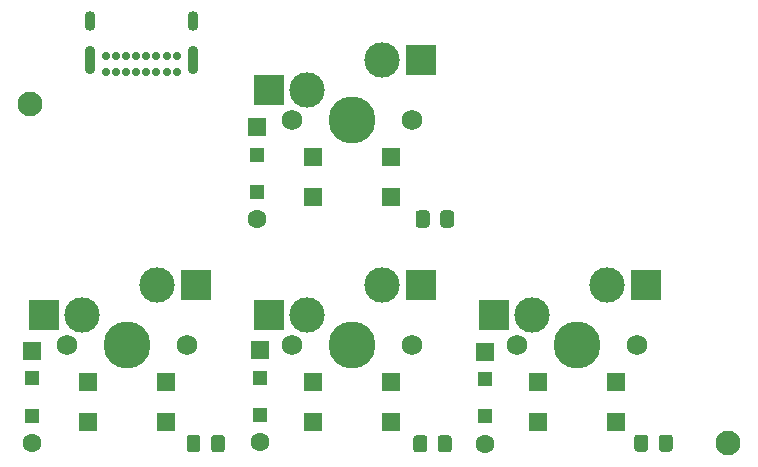
<source format=gbr>
%TF.GenerationSoftware,KiCad,Pcbnew,(5.1.10)-1*%
%TF.CreationDate,2021-11-19T23:24:49+01:00*%
%TF.ProjectId,Labbe,4c616262-652e-46b6-9963-61645f706362,rev?*%
%TF.SameCoordinates,Original*%
%TF.FileFunction,Soldermask,Bot*%
%TF.FilePolarity,Negative*%
%FSLAX46Y46*%
G04 Gerber Fmt 4.6, Leading zero omitted, Abs format (unit mm)*
G04 Created by KiCad (PCBNEW (5.1.10)-1) date 2021-11-19 23:24:49*
%MOMM*%
%LPD*%
G01*
G04 APERTURE LIST*
%ADD10R,1.200000X1.200000*%
%ADD11R,1.600000X1.600000*%
%ADD12C,1.600000*%
%ADD13C,0.700000*%
%ADD14O,0.900000X2.400000*%
%ADD15O,0.900000X1.700000*%
%ADD16R,1.500000X1.500000*%
%ADD17R,2.550000X2.500000*%
%ADD18C,1.750000*%
%ADD19C,3.000000*%
%ADD20C,3.987800*%
%ADD21C,2.100000*%
G04 APERTURE END LIST*
%TO.C,C4*%
G36*
G01*
X196318200Y-119283500D02*
X196318200Y-118333500D01*
G75*
G02*
X196568200Y-118083500I250000J0D01*
G01*
X197243200Y-118083500D01*
G75*
G02*
X197493200Y-118333500I0J-250000D01*
G01*
X197493200Y-119283500D01*
G75*
G02*
X197243200Y-119533500I-250000J0D01*
G01*
X196568200Y-119533500D01*
G75*
G02*
X196318200Y-119283500I0J250000D01*
G01*
G37*
G36*
G01*
X194243200Y-119283500D02*
X194243200Y-118333500D01*
G75*
G02*
X194493200Y-118083500I250000J0D01*
G01*
X195168200Y-118083500D01*
G75*
G02*
X195418200Y-118333500I0J-250000D01*
G01*
X195418200Y-119283500D01*
G75*
G02*
X195168200Y-119533500I-250000J0D01*
G01*
X194493200Y-119533500D01*
G75*
G02*
X194243200Y-119283500I0J250000D01*
G01*
G37*
%TD*%
%TO.C,C5*%
G36*
G01*
X215515700Y-119296200D02*
X215515700Y-118346200D01*
G75*
G02*
X215765700Y-118096200I250000J0D01*
G01*
X216440700Y-118096200D01*
G75*
G02*
X216690700Y-118346200I0J-250000D01*
G01*
X216690700Y-119296200D01*
G75*
G02*
X216440700Y-119546200I-250000J0D01*
G01*
X215765700Y-119546200D01*
G75*
G02*
X215515700Y-119296200I0J250000D01*
G01*
G37*
G36*
G01*
X213440700Y-119296200D02*
X213440700Y-118346200D01*
G75*
G02*
X213690700Y-118096200I250000J0D01*
G01*
X214365700Y-118096200D01*
G75*
G02*
X214615700Y-118346200I0J-250000D01*
G01*
X214615700Y-119296200D01*
G75*
G02*
X214365700Y-119546200I-250000J0D01*
G01*
X213690700Y-119546200D01*
G75*
G02*
X213440700Y-119296200I0J250000D01*
G01*
G37*
%TD*%
%TO.C,C6*%
G36*
G01*
X213640000Y-100271600D02*
X213640000Y-99321600D01*
G75*
G02*
X213890000Y-99071600I250000J0D01*
G01*
X214565000Y-99071600D01*
G75*
G02*
X214815000Y-99321600I0J-250000D01*
G01*
X214815000Y-100271600D01*
G75*
G02*
X214565000Y-100521600I-250000J0D01*
G01*
X213890000Y-100521600D01*
G75*
G02*
X213640000Y-100271600I0J250000D01*
G01*
G37*
G36*
G01*
X215715000Y-100271600D02*
X215715000Y-99321600D01*
G75*
G02*
X215965000Y-99071600I250000J0D01*
G01*
X216640000Y-99071600D01*
G75*
G02*
X216890000Y-99321600I0J-250000D01*
G01*
X216890000Y-100271600D01*
G75*
G02*
X216640000Y-100521600I-250000J0D01*
G01*
X215965000Y-100521600D01*
G75*
G02*
X215715000Y-100271600I0J250000D01*
G01*
G37*
%TD*%
%TO.C,C7*%
G36*
G01*
X234227700Y-119245400D02*
X234227700Y-118295400D01*
G75*
G02*
X234477700Y-118045400I250000J0D01*
G01*
X235152700Y-118045400D01*
G75*
G02*
X235402700Y-118295400I0J-250000D01*
G01*
X235402700Y-119245400D01*
G75*
G02*
X235152700Y-119495400I-250000J0D01*
G01*
X234477700Y-119495400D01*
G75*
G02*
X234227700Y-119245400I0J250000D01*
G01*
G37*
G36*
G01*
X232152700Y-119245400D02*
X232152700Y-118295400D01*
G75*
G02*
X232402700Y-118045400I250000J0D01*
G01*
X233077700Y-118045400D01*
G75*
G02*
X233327700Y-118295400I0J-250000D01*
G01*
X233327700Y-119245400D01*
G75*
G02*
X233077700Y-119495400I-250000J0D01*
G01*
X232402700Y-119495400D01*
G75*
G02*
X232152700Y-119245400I0J250000D01*
G01*
G37*
%TD*%
D10*
%TO.C,D1*%
X181165500Y-116434900D03*
X181165500Y-113284900D03*
D11*
X181165500Y-110959900D03*
D12*
X181165500Y-118759900D03*
%TD*%
%TO.C,D2*%
X200228200Y-99810400D03*
D11*
X200228200Y-92010400D03*
D10*
X200228200Y-94335400D03*
X200228200Y-97485400D03*
%TD*%
%TO.C,D3*%
X200418700Y-116383200D03*
X200418700Y-113233200D03*
D11*
X200418700Y-110908200D03*
D12*
X200418700Y-118708200D03*
%TD*%
%TO.C,D4*%
X219468700Y-118822300D03*
D11*
X219468700Y-111022300D03*
D10*
X219468700Y-113347300D03*
X219468700Y-116497300D03*
%TD*%
D13*
%TO.C,J1*%
X193395600Y-87350600D03*
X192545600Y-87350600D03*
X191695600Y-87350600D03*
X190845600Y-87350600D03*
X189995600Y-87350600D03*
X189145600Y-87350600D03*
X188295600Y-87350600D03*
X187445600Y-87350600D03*
X192545600Y-86000600D03*
X190845600Y-86000600D03*
X191695600Y-86000600D03*
X193395600Y-86000600D03*
X189145600Y-86000600D03*
X188295600Y-86000600D03*
X187445600Y-86000600D03*
X189995600Y-86000600D03*
D14*
X194745600Y-86370600D03*
X186095600Y-86370600D03*
D15*
X194745600Y-82990600D03*
X186095600Y-82990600D03*
%TD*%
D16*
%TO.C,U1*%
X185928000Y-113592000D03*
X192532000Y-113592000D03*
X185928000Y-117021000D03*
X192532000Y-117021000D03*
D17*
X195072000Y-105410000D03*
X182145000Y-107950000D03*
D18*
X194310000Y-110490000D03*
X184150000Y-110490000D03*
D19*
X185420000Y-107950000D03*
D20*
X189230000Y-110490000D03*
D19*
X191770000Y-105410000D03*
%TD*%
D16*
%TO.C,U2*%
X204978000Y-94542000D03*
X211582000Y-94542000D03*
X204978000Y-97971000D03*
X211582000Y-97971000D03*
D17*
X214122000Y-86360000D03*
X201195000Y-88900000D03*
D18*
X213360000Y-91440000D03*
X203200000Y-91440000D03*
D19*
X204470000Y-88900000D03*
D20*
X208280000Y-91440000D03*
D19*
X210820000Y-86360000D03*
%TD*%
%TO.C,U3*%
X210820000Y-105410000D03*
D20*
X208280000Y-110490000D03*
D19*
X204470000Y-107950000D03*
D18*
X203200000Y-110490000D03*
X213360000Y-110490000D03*
D17*
X201195000Y-107950000D03*
X214122000Y-105410000D03*
D16*
X211582000Y-117021000D03*
X204978000Y-117021000D03*
X211582000Y-113592000D03*
X204978000Y-113592000D03*
%TD*%
D19*
%TO.C,U5*%
X229870000Y-105410000D03*
D20*
X227330000Y-110490000D03*
D19*
X223520000Y-107950000D03*
D18*
X222250000Y-110490000D03*
X232410000Y-110490000D03*
D17*
X220245000Y-107950000D03*
X233172000Y-105410000D03*
D16*
X230632000Y-117021000D03*
X224028000Y-117021000D03*
X230632000Y-113592000D03*
X224028000Y-113592000D03*
%TD*%
D21*
%TO.C,H3*%
X240055400Y-118795800D03*
%TD*%
%TO.C,H4*%
X181025800Y-90093800D03*
%TD*%
M02*

</source>
